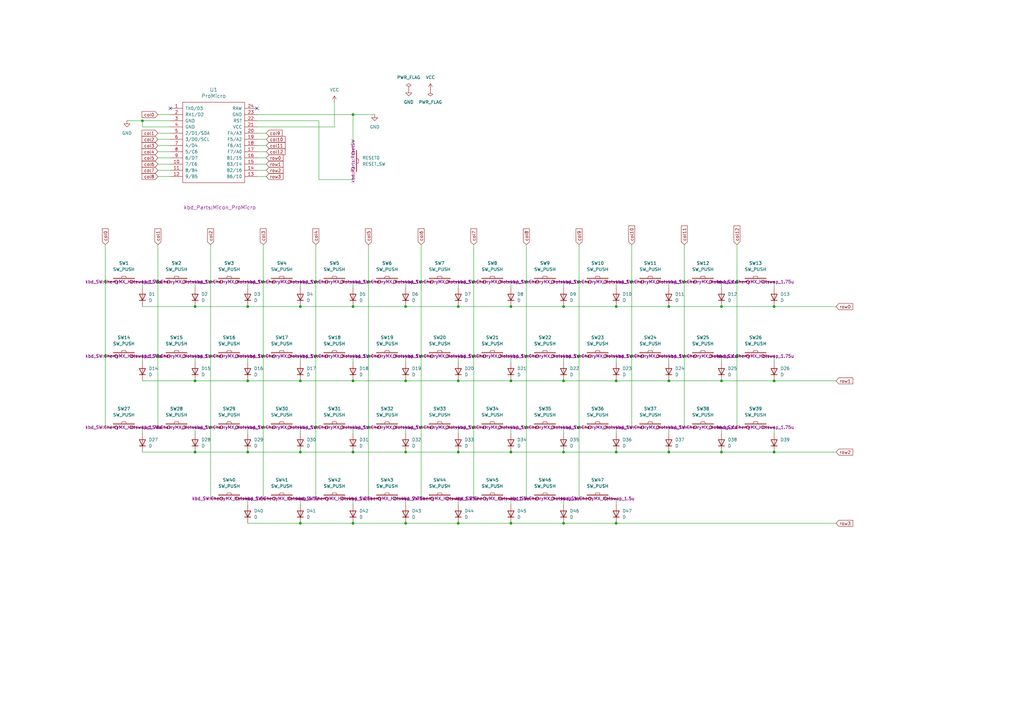
<source format=kicad_sch>
(kicad_sch (version 20231120) (generator "eeschema") (generator_version "8.0")
  (paper "A3")
  (title_block (title "Sherie") (date "2024-06-18") (rev "1.0") (company "https://www.fruity-floral.com/"))
  (lib_symbols
    (symbol "Device:D" (pin_numbers hide) (pin_names (offset 1.016) hide)
      (property "Reference" "D" (at 0 2.54 0))
      (property "Value" "D" (at 0 -2.54 0))
      (symbol "D_0_1"
        (polyline (pts (xy -1.27 1.27) (xy -1.27 -1.27)) (stroke (width 0.254)))
        (polyline (pts (xy 1.27 0) (xy -1.27 0)))
        (polyline (pts (xy 1.27 1.27) (xy 1.27 -1.27) (xy -1.27 0) (xy 1.27 1.27)) (stroke (width 0.254)))
      )
      (symbol "D_1_1"
        (pin passive line (at -3.81 0 0) (length 2.54) (name "K") (number "1"))
        (pin passive line (at 3.81 0 180) (length 2.54) (name "A") (number "2"))
      )
    )
    (symbol "kbd:ProMicro" (pin_names (offset 1.016))
      (property "Reference" "U" (at 0 19.05 0))
      (property "Value" "ProMicro" (at 0 -19.05 0))
      (symbol "ProMicro_0_1"
        (rectangle (start -12.7 16.51) (end 12.7 -16.51))
      )
      (symbol "ProMicro_1_1"
        (pin bidirectional line (at -17.78 13.97 0) (length 5.08) (name "TX0/D3") (number "1"))
        (pin bidirectional line (at -17.78 -8.89 0) (length 5.08) (name "7/E6") (number "10"))
        (pin bidirectional line (at -17.78 -11.43 0) (length 5.08) (name "8/B4") (number "11"))
        (pin bidirectional line (at -17.78 -13.97 0) (length 5.08) (name "9/B5") (number "12"))
        (pin bidirectional line (at 17.78 -13.97 180) (length 5.08) (name "B6/10") (number "13"))
        (pin bidirectional line (at 17.78 -11.43 180) (length 5.08) (name "B2/16") (number "14"))
        (pin bidirectional line (at 17.78 -8.89 180) (length 5.08) (name "B3/14") (number "15"))
        (pin bidirectional line (at 17.78 -6.35 180) (length 5.08) (name "B1/15") (number "16"))
        (pin bidirectional line (at 17.78 -3.81 180) (length 5.08) (name "F7/A0") (number "17"))
        (pin bidirectional line (at 17.78 -1.27 180) (length 5.08) (name "F6/A1") (number "18"))
        (pin bidirectional line (at 17.78 1.27 180) (length 5.08) (name "F5/A2") (number "19"))
        (pin bidirectional line (at -17.78 11.43 0) (length 5.08) (name "RX1/D2") (number "2"))
        (pin bidirectional line (at 17.78 3.81 180) (length 5.08) (name "F4/A3") (number "20"))
        (pin power_in line (at 17.78 6.35 180) (length 5.08) (name "VCC") (number "21"))
        (pin input line (at 17.78 8.89 180) (length 5.08) (name "RST") (number "22"))
        (pin power_in line (at 17.78 11.43 180) (length 5.08) (name "GND") (number "23"))
        (pin power_out line (at 17.78 13.97 180) (length 5.08) (name "RAW") (number "24"))
        (pin power_in line (at -17.78 8.89 0) (length 5.08) (name "GND") (number "3"))
        (pin power_in line (at -17.78 6.35 0) (length 5.08) (name "GND") (number "4"))
        (pin bidirectional line (at -17.78 3.81 0) (length 5.08) (name "2/D1/SDA") (number "5"))
        (pin bidirectional line (at -17.78 1.27 0) (length 5.08) (name "3/D0/SCL") (number "6"))
        (pin bidirectional line (at -17.78 -1.27 0) (length 5.08) (name "4/D4") (number "7"))
        (pin bidirectional line (at -17.78 -3.81 0) (length 5.08) (name "5/C6") (number "8"))
        (pin bidirectional line (at -17.78 -6.35 0) (length 5.08) (name "6/D7") (number "9"))
      )
    )
    (symbol "kbd:SW_PUSH" (pin_numbers hide) (pin_names (offset 1.016) hide)
      (property "Reference" "SW" (at 3.81 2.794 0))
      (property "Value" "SW_PUSH" (at 0 -2.032 0))
      (symbol "SW_PUSH_0_1"
        (rectangle (start -4.318 1.27) (end 4.318 1.524))
        (polyline (pts (xy -1.016 1.524) (xy -0.762 2.286) (xy 0.762 2.286) (xy 1.016 1.524)))
        (pin passive inverted (at -7.62 0 0) (length 5.08) (name "1") (number "1"))
        (pin passive inverted (at 7.62 0 180) (length 5.08) (name "2") (number "2"))
      )
    )
    (symbol "power:GND" (power) (pin_numbers hide) (pin_names (offset 0) hide)
      (property "Value" "GND" (at 0 -3.81 0))
      (symbol "GND_0_1"
        (polyline (pts (xy 0 0) (xy 0 -1.27) (xy 1.27 -1.27) (xy 0 -2.54) (xy -1.27 -1.27) (xy 0 -1.27)))
      )
      (symbol "GND_1_1"
        (pin power_in line (at 0 0 270) (length 0) (name "~") (number "1"))
      )
    )
    (symbol "power:PWR_FLAG" (power) (pin_numbers hide) (pin_names (offset 0) hide)
      (property "Value" "PWR_FLAG" (at 0 3.81 0))
      (symbol "PWR_FLAG_0_0"
        (pin power_out line (at 0 0 90) (length 0) (name "~") (number "1"))
      )
      (symbol "PWR_FLAG_0_1"
        (polyline (pts (xy 0 0) (xy 0 1.27) (xy -1.016 1.905) (xy 0 2.54) (xy 1.016 1.905) (xy 0 1.27)))
      )
    )
    (symbol "power:VCC" (power) (pin_numbers hide) (pin_names (offset 0) hide)
      (property "Value" "VCC" (at 0 3.556 0))
      (symbol "VCC_0_1"
        (polyline (pts (xy -0.762 1.27) (xy 0 2.54)))
        (polyline (pts (xy 0 0) (xy 0 2.54)))
        (polyline (pts (xy 0 2.54) (xy 0.762 1.27)))
      )
      (symbol "VCC_1_1"
        (pin power_in line (at 0 0 90) (length 0) (name "~") (number "1"))
      )
    )
  )
  (junction (at 86.36 146.05))
  (junction (at 252.73 185.42))
  (junction (at 209.55 156.21))
  (junction (at 237.49 175.26))
  (junction (at 172.72 175.26))
  (junction (at 215.9 115.57))
  (junction (at 123.19 156.21))
  (junction (at 144.78 214.63))
  (junction (at 252.73 125.73))
  (junction (at 129.54 146.05))
  (junction (at 187.96 156.21))
  (junction (at 80.01 125.73))
  (junction (at 166.37 214.63))
  (junction (at 231.14 214.63))
  (junction (at 64.77 115.57))
  (junction (at 166.37 156.21))
  (junction (at 259.08 115.57))
  (junction (at 151.13 175.26))
  (junction (at 317.5 185.42))
  (junction (at 280.67 115.57))
  (junction (at 317.5 156.21))
  (junction (at 123.19 125.73))
  (junction (at 144.78 156.21))
  (junction (at 166.37 185.42))
  (junction (at 209.55 214.63))
  (junction (at 187.96 214.63))
  (junction (at 123.19 214.63))
  (junction (at 166.37 125.73))
  (junction (at 295.91 125.73))
  (junction (at 209.55 125.73))
  (junction (at 274.32 185.42))
  (junction (at 231.14 185.42))
  (junction (at 295.91 185.42))
  (junction (at 237.49 146.05))
  (junction (at 86.36 175.26))
  (junction (at 231.14 125.73))
  (junction (at 86.36 115.57))
  (junction (at 187.96 125.73))
  (junction (at 280.67 146.05))
  (junction (at 80.01 156.21))
  (junction (at 187.96 185.42))
  (junction (at 80.01 185.42))
  (junction (at 107.95 115.57))
  (junction (at 101.6 125.73))
  (junction (at 101.6 156.21))
  (junction (at 58.42 49.53))
  (junction (at 231.14 156.21))
  (junction (at 302.26 146.05))
  (junction (at 194.31 146.05))
  (junction (at 123.19 185.42))
  (junction (at 151.13 146.05))
  (junction (at 107.95 146.05))
  (junction (at 209.55 185.42))
  (junction (at 172.72 146.05))
  (junction (at 144.78 185.42))
  (junction (at 252.73 214.63))
  (junction (at 101.6 185.42))
  (junction (at 259.08 146.05))
  (junction (at 144.78 46.99))
  (junction (at 129.54 115.57))
  (junction (at 302.26 115.57))
  (junction (at 215.9 146.05))
  (junction (at 43.18 115.57))
  (junction (at 252.73 156.21))
  (junction (at 151.13 115.57))
  (junction (at 129.54 175.26))
  (junction (at 194.31 175.26))
  (junction (at 144.78 125.73))
  (junction (at 317.5 125.73))
  (junction (at 107.95 175.26))
  (junction (at 172.72 115.57))
  (junction (at 64.77 146.05))
  (junction (at 43.18 146.05))
  (junction (at 237.49 115.57))
  (junction (at 215.9 175.26))
  (junction (at 274.32 156.21))
  (junction (at 274.32 125.73))
  (junction (at 194.31 115.57))
  (junction (at 295.91 156.21))
  (no_connect (at 105.41 44.45))
  (no_connect (at 69.85 44.45))
  (wire (pts (xy 64.77 57.15) (xy 69.85 57.15)))
  (wire (pts (xy 215.9 115.57) (xy 215.9 146.05)))
  (wire (pts (xy 274.32 177.8) (xy 274.32 175.26)))
  (wire (pts (xy 144.78 46.99) (xy 153.67 46.99)))
  (wire (pts (xy 144.78 207.01) (xy 144.78 204.47)))
  (wire (pts (xy 187.96 185.42) (xy 209.55 185.42)))
  (wire (pts (xy 105.41 69.85) (xy 109.22 69.85)))
  (wire (pts (xy 317.5 185.42) (xy 342.9 185.42)))
  (wire (pts (xy 215.9 100.33) (xy 215.9 115.57)))
  (wire (pts (xy 187.96 156.21) (xy 209.55 156.21)))
  (wire (pts (xy 129.54 115.57) (xy 129.54 146.05)))
  (wire (pts (xy 80.01 156.21) (xy 101.6 156.21)))
  (wire (pts (xy 317.5 125.73) (xy 342.9 125.73)))
  (wire (pts (xy 101.6 207.01) (xy 101.6 204.47)))
  (wire (pts (xy 123.19 177.8) (xy 123.19 175.26)))
  (wire (pts (xy 187.96 125.73) (xy 209.55 125.73)))
  (wire (pts (xy 166.37 148.59) (xy 166.37 146.05)))
  (wire (pts (xy 194.31 146.05) (xy 194.31 175.26)))
  (wire (pts (xy 274.32 156.21) (xy 295.91 156.21)))
  (wire (pts (xy 209.55 118.11) (xy 209.55 115.57)))
  (wire (pts (xy 302.26 100.33) (xy 302.26 115.57)))
  (wire (pts (xy 231.14 185.42) (xy 252.73 185.42)))
  (wire (pts (xy 166.37 177.8) (xy 166.37 175.26)))
  (wire (pts (xy 252.73 185.42) (xy 274.32 185.42)))
  (wire (pts (xy 209.55 125.73) (xy 231.14 125.73)))
  (wire (pts (xy 64.77 54.61) (xy 69.85 54.61)))
  (wire (pts (xy 101.6 185.42) (xy 123.19 185.42)))
  (wire (pts (xy 187.96 118.11) (xy 187.96 115.57)))
  (wire (pts (xy 295.91 125.73) (xy 317.5 125.73)))
  (wire (pts (xy 231.14 177.8) (xy 231.14 175.26)))
  (wire (pts (xy 231.14 148.59) (xy 231.14 146.05)))
  (wire (pts (xy 317.5 148.59) (xy 317.5 146.05)))
  (wire (pts (xy 101.6 125.73) (xy 123.19 125.73)))
  (wire (pts (xy 101.6 156.21) (xy 123.19 156.21)))
  (wire (pts (xy 172.72 146.05) (xy 172.72 175.26)))
  (wire (pts (xy 64.77 67.31) (xy 69.85 67.31)))
  (wire (pts (xy 144.78 125.73) (xy 166.37 125.73)))
  (wire (pts (xy 64.77 100.33) (xy 64.77 115.57)))
  (wire (pts (xy 105.41 54.61) (xy 109.22 54.61)))
  (wire (pts (xy 64.77 62.23) (xy 69.85 62.23)))
  (wire (pts (xy 302.26 115.57) (xy 302.26 146.05)))
  (wire (pts (xy 58.42 52.07) (xy 58.42 49.53)))
  (wire (pts (xy 252.73 177.8) (xy 252.73 175.26)))
  (wire (pts (xy 123.19 156.21) (xy 144.78 156.21)))
  (wire (pts (xy 58.42 49.53) (xy 69.85 49.53)))
  (wire (pts (xy 252.73 125.73) (xy 274.32 125.73)))
  (wire (pts (xy 166.37 207.01) (xy 166.37 204.47)))
  (wire (pts (xy 151.13 146.05) (xy 151.13 175.26)))
  (wire (pts (xy 274.32 125.73) (xy 295.91 125.73)))
  (wire (pts (xy 295.91 156.21) (xy 317.5 156.21)))
  (wire (pts (xy 252.73 214.63) (xy 342.9 214.63)))
  (wire (pts (xy 209.55 148.59) (xy 209.55 146.05)))
  (wire (pts (xy 105.41 46.99) (xy 144.78 46.99)))
  (wire (pts (xy 209.55 156.21) (xy 231.14 156.21)))
  (wire (pts (xy 151.13 100.33) (xy 151.13 115.57)))
  (wire (pts (xy 215.9 175.26) (xy 215.9 204.47)))
  (wire (pts (xy 80.01 125.73) (xy 101.6 125.73)))
  (wire (pts (xy 144.78 118.11) (xy 144.78 115.57)))
  (wire (pts (xy 317.5 118.11) (xy 317.5 115.57)))
  (wire (pts (xy 252.73 156.21) (xy 274.32 156.21)))
  (wire (pts (xy 105.41 62.23) (xy 109.22 62.23)))
  (wire (pts (xy 105.41 49.53) (xy 130.81 49.53)))
  (wire (pts (xy 130.81 73.66) (xy 144.78 73.66)))
  (wire (pts (xy 107.95 100.33) (xy 107.95 115.57)))
  (wire (pts (xy 209.55 214.63) (xy 231.14 214.63)))
  (wire (pts (xy 52.07 49.53) (xy 58.42 49.53)))
  (wire (pts (xy 129.54 146.05) (xy 129.54 175.26)))
  (wire (pts (xy 215.9 146.05) (xy 215.9 175.26)))
  (wire (pts (xy 144.78 46.99) (xy 144.78 58.42)))
  (wire (pts (xy 209.55 207.01) (xy 209.55 204.47)))
  (wire (pts (xy 101.6 214.63) (xy 123.19 214.63)))
  (wire (pts (xy 151.13 115.57) (xy 151.13 146.05)))
  (wire (pts (xy 187.96 207.01) (xy 187.96 204.47)))
  (wire (pts (xy 105.41 59.69) (xy 109.22 59.69)))
  (wire (pts (xy 105.41 72.39) (xy 109.22 72.39)))
  (wire (pts (xy 105.41 67.31) (xy 109.22 67.31)))
  (wire (pts (xy 280.67 100.33) (xy 280.67 115.57)))
  (wire (pts (xy 80.01 148.59) (xy 80.01 146.05)))
  (wire (pts (xy 137.16 52.07) (xy 137.16 41.91)))
  (wire (pts (xy 209.55 177.8) (xy 209.55 175.26)))
  (wire (pts (xy 80.01 177.8) (xy 80.01 175.26)))
  (wire (pts (xy 123.19 148.59) (xy 123.19 146.05)))
  (wire (pts (xy 144.78 185.42) (xy 166.37 185.42)))
  (wire (pts (xy 86.36 115.57) (xy 86.36 146.05)))
  (wire (pts (xy 317.5 177.8) (xy 317.5 175.26)))
  (wire (pts (xy 43.18 146.05) (xy 43.18 175.26)))
  (wire (pts (xy 107.95 115.57) (xy 107.95 146.05)))
  (wire (pts (xy 317.5 156.21) (xy 342.9 156.21)))
  (wire (pts (xy 280.67 146.05) (xy 280.67 175.26)))
  (wire (pts (xy 259.08 115.57) (xy 259.08 146.05)))
  (wire (pts (xy 172.72 115.57) (xy 172.72 146.05)))
  (wire (pts (xy 231.14 214.63) (xy 252.73 214.63)))
  (wire (pts (xy 129.54 100.33) (xy 129.54 115.57)))
  (wire (pts (xy 80.01 118.11) (xy 80.01 115.57)))
  (wire (pts (xy 166.37 118.11) (xy 166.37 115.57)))
  (wire (pts (xy 144.78 148.59) (xy 144.78 146.05)))
  (wire (pts (xy 209.55 185.42) (xy 231.14 185.42)))
  (wire (pts (xy 144.78 156.21) (xy 166.37 156.21)))
  (wire (pts (xy 64.77 64.77) (xy 69.85 64.77)))
  (wire (pts (xy 58.42 185.42) (xy 80.01 185.42)))
  (wire (pts (xy 105.41 57.15) (xy 109.22 57.15)))
  (wire (pts (xy 295.91 177.8) (xy 295.91 175.26)))
  (wire (pts (xy 105.41 64.77) (xy 109.22 64.77)))
  (wire (pts (xy 172.72 100.33) (xy 172.72 115.57)))
  (wire (pts (xy 166.37 156.21) (xy 187.96 156.21)))
  (wire (pts (xy 123.19 214.63) (xy 144.78 214.63)))
  (wire (pts (xy 105.41 52.07) (xy 137.16 52.07)))
  (wire (pts (xy 144.78 214.63) (xy 166.37 214.63)))
  (wire (pts (xy 231.14 207.01) (xy 231.14 204.47)))
  (wire (pts (xy 58.42 118.11) (xy 58.42 115.57)))
  (wire (pts (xy 64.77 46.99) (xy 69.85 46.99)))
  (wire (pts (xy 166.37 125.73) (xy 187.96 125.73)))
  (wire (pts (xy 69.85 52.07) (xy 58.42 52.07)))
  (wire (pts (xy 166.37 214.63) (xy 187.96 214.63)))
  (wire (pts (xy 231.14 156.21) (xy 252.73 156.21)))
  (wire (pts (xy 64.77 72.39) (xy 69.85 72.39)))
  (wire (pts (xy 107.95 175.26) (xy 107.95 204.47)))
  (wire (pts (xy 64.77 115.57) (xy 64.77 146.05)))
  (wire (pts (xy 43.18 115.57) (xy 43.18 146.05)))
  (wire (pts (xy 129.54 175.26) (xy 129.54 204.47)))
  (wire (pts (xy 123.19 125.73) (xy 144.78 125.73)))
  (wire (pts (xy 107.95 146.05) (xy 107.95 175.26)))
  (wire (pts (xy 274.32 185.42) (xy 295.91 185.42)))
  (wire (pts (xy 172.72 175.26) (xy 172.72 204.47)))
  (wire (pts (xy 295.91 148.59) (xy 295.91 146.05)))
  (wire (pts (xy 237.49 146.05) (xy 237.49 175.26)))
  (wire (pts (xy 58.42 156.21) (xy 80.01 156.21)))
  (wire (pts (xy 274.32 148.59) (xy 274.32 146.05)))
  (wire (pts (xy 252.73 148.59) (xy 252.73 146.05)))
  (wire (pts (xy 295.91 118.11) (xy 295.91 115.57)))
  (wire (pts (xy 101.6 177.8) (xy 101.6 175.26)))
  (wire (pts (xy 123.19 185.42) (xy 144.78 185.42)))
  (wire (pts (xy 86.36 146.05) (xy 86.36 175.26)))
  (wire (pts (xy 123.19 118.11) (xy 123.19 115.57)))
  (wire (pts (xy 123.19 207.01) (xy 123.19 204.47)))
  (wire (pts (xy 144.78 177.8) (xy 144.78 175.26)))
  (wire (pts (xy 86.36 100.33) (xy 86.36 115.57)))
  (wire (pts (xy 252.73 118.11) (xy 252.73 115.57)))
  (wire (pts (xy 64.77 59.69) (xy 69.85 59.69)))
  (wire (pts (xy 194.31 100.33) (xy 194.31 115.57)))
  (wire (pts (xy 58.42 148.59) (xy 58.42 146.05)))
  (wire (pts (xy 130.81 49.53) (xy 130.81 73.66)))
  (wire (pts (xy 259.08 100.33) (xy 259.08 115.57)))
  (wire (pts (xy 295.91 185.42) (xy 317.5 185.42)))
  (wire (pts (xy 58.42 177.8) (xy 58.42 175.26)))
  (wire (pts (xy 151.13 175.26) (xy 151.13 204.47)))
  (wire (pts (xy 231.14 118.11) (xy 231.14 115.57)))
  (wire (pts (xy 252.73 207.01) (xy 252.73 204.47)))
  (wire (pts (xy 64.77 69.85) (xy 69.85 69.85)))
  (wire (pts (xy 101.6 148.59) (xy 101.6 146.05)))
  (wire (pts (xy 237.49 115.57) (xy 237.49 146.05)))
  (wire (pts (xy 187.96 214.63) (xy 209.55 214.63)))
  (wire (pts (xy 43.18 100.33) (xy 43.18 115.57)))
  (wire (pts (xy 101.6 118.11) (xy 101.6 115.57)))
  (wire (pts (xy 237.49 175.26) (xy 237.49 204.47)))
  (wire (pts (xy 231.14 125.73) (xy 252.73 125.73)))
  (wire (pts (xy 64.77 146.05) (xy 64.77 175.26)))
  (wire (pts (xy 187.96 148.59) (xy 187.96 146.05)))
  (wire (pts (xy 194.31 115.57) (xy 194.31 146.05)))
  (wire (pts (xy 187.96 177.8) (xy 187.96 175.26)))
  (wire (pts (xy 302.26 146.05) (xy 302.26 175.26)))
  (wire (pts (xy 259.08 146.05) (xy 259.08 175.26)))
  (wire (pts (xy 194.31 175.26) (xy 194.31 204.47)))
  (wire (pts (xy 58.42 125.73) (xy 80.01 125.73)))
  (wire (pts (xy 280.67 115.57) (xy 280.67 146.05)))
  (wire (pts (xy 274.32 118.11) (xy 274.32 115.57)))
  (wire (pts (xy 166.37 185.42) (xy 187.96 185.42)))
  (wire (pts (xy 237.49 100.33) (xy 237.49 115.57)))
  (wire (pts (xy 80.01 185.42) (xy 101.6 185.42)))
  (wire (pts (xy 86.36 175.26) (xy 86.36 204.47)))
  (global_label "col4" (shape input) (at 129.54 100.33 90) (property "Intersheetrefs" "${INTERSHEET_REFS}" (effects (hide yes))))
  (global_label "col3" (shape input) (at 107.95 100.33 90) (property "Intersheetrefs" "${INTERSHEET_REFS}" (effects (hide yes))))
  (global_label "col8" (shape input) (at 215.9 100.33 90) (property "Intersheetrefs" "${INTERSHEET_REFS}" (effects (hide yes))))
  (global_label "row0" (shape input) (at 342.9 125.73 0) (property "Intersheetrefs" "${INTERSHEET_REFS}" (effects (hide yes))))
  (global_label "col7" (shape input) (at 64.77 69.85 180) (property "Intersheetrefs" "${INTERSHEET_REFS}" (effects (hide yes))))
  (global_label "col12" (shape input) (at 109.22 62.23 0) (property "Intersheetrefs" "${INTERSHEET_REFS}" (effects (hide yes))))
  (global_label "col2" (shape input) (at 64.77 57.15 180) (property "Intersheetrefs" "${INTERSHEET_REFS}" (effects (hide yes))))
  (global_label "col6" (shape input) (at 64.77 67.31 180) (property "Intersheetrefs" "${INTERSHEET_REFS}" (effects (hide yes))))
  (global_label "row2" (shape input) (at 109.22 69.85 0) (property "Intersheetrefs" "${INTERSHEET_REFS}" (effects (hide yes))))
  (global_label "col5" (shape input) (at 64.77 64.77 180) (property "Intersheetrefs" "${INTERSHEET_REFS}" (effects (hide yes))))
  (global_label "col6" (shape input) (at 172.72 100.33 90) (property "Intersheetrefs" "${INTERSHEET_REFS}" (effects (hide yes))))
  (global_label "col9" (shape input) (at 237.49 100.33 90) (property "Intersheetrefs" "${INTERSHEET_REFS}" (effects (hide yes))))
  (global_label "row1" (shape input) (at 109.22 67.31 0) (property "Intersheetrefs" "${INTERSHEET_REFS}" (effects (hide yes))))
  (global_label "row2" (shape input) (at 342.9 185.42 0) (property "Intersheetrefs" "${INTERSHEET_REFS}" (effects (hide yes))))
  (global_label "col12" (shape input) (at 302.26 100.33 90) (property "Intersheetrefs" "${INTERSHEET_REFS}" (effects (hide yes))))
  (global_label "col7" (shape input) (at 194.31 100.33 90) (property "Intersheetrefs" "${INTERSHEET_REFS}" (effects (hide yes))))
  (global_label "col11" (shape input) (at 109.22 59.69 0) (property "Intersheetrefs" "${INTERSHEET_REFS}" (effects (hide yes))))
  (global_label "col3" (shape input) (at 64.77 59.69 180) (property "Intersheetrefs" "${INTERSHEET_REFS}" (effects (hide yes))))
  (global_label "col5" (shape input) (at 151.13 100.33 90) (property "Intersheetrefs" "${INTERSHEET_REFS}" (effects (hide yes))))
  (global_label "col8" (shape input) (at 64.77 72.39 180) (property "Intersheetrefs" "${INTERSHEET_REFS}" (effects (hide yes))))
  (global_label "col2" (shape input) (at 86.36 100.33 90) (property "Intersheetrefs" "${INTERSHEET_REFS}" (effects (hide yes))))
  (global_label "col4" (shape input) (at 64.77 62.23 180) (property "Intersheetrefs" "${INTERSHEET_REFS}" (effects (hide yes))))
  (global_label "col1" (shape input) (at 64.77 54.61 180) (property "Intersheetrefs" "${INTERSHEET_REFS}" (effects (hide yes))))
  (global_label "col10" (shape input) (at 259.08 100.33 90) (property "Intersheetrefs" "${INTERSHEET_REFS}" (effects (hide yes))))
  (global_label "row3" (shape input) (at 109.22 72.39 0) (property "Intersheetrefs" "${INTERSHEET_REFS}" (effects (hide yes))))
  (global_label "row3" (shape input) (at 342.9 214.63 0) (property "Intersheetrefs" "${INTERSHEET_REFS}" (effects (hide yes))))
  (global_label "col10" (shape input) (at 109.22 57.15 0) (property "Intersheetrefs" "${INTERSHEET_REFS}" (effects (hide yes))))
  (global_label "col0" (shape input) (at 64.77 46.99 180) (property "Intersheetrefs" "${INTERSHEET_REFS}" (effects (hide yes))))
  (global_label "row0" (shape input) (at 109.22 64.77 0) (property "Intersheetrefs" "${INTERSHEET_REFS}" (effects (hide yes))))
  (global_label "col11" (shape input) (at 280.67 100.33 90) (property "Intersheetrefs" "${INTERSHEET_REFS}" (effects (hide yes))))
  (global_label "col9" (shape input) (at 109.22 54.61 0) (property "Intersheetrefs" "${INTERSHEET_REFS}" (effects (hide yes))))
  (global_label "row1" (shape input) (at 342.9 156.21 0) (property "Intersheetrefs" "${INTERSHEET_REFS}" (effects (hide yes))))
  (global_label "col0" (shape input) (at 43.18 100.33 90) (property "Intersheetrefs" "${INTERSHEET_REFS}" (effects (hide yes))))
  (global_label "col1" (shape input) (at 64.77 100.33 90) (property "Intersheetrefs" "${INTERSHEET_REFS}" (effects (hide yes))))
  (symbol (lib_id "kbd:ProMicro") (at 87.63 58.42 0) (unit 1)
    (property "Reference" "U1" (at 87.63 36.83 0) (effects (font (size 1.524 1.524))))
    (property "Value" "ProMicro" (at 87.63 39.37 0) (effects (font (size 1.524 1.524))))
    (property "Footprint" "kbd_Parts:Micon_ProMicro" (at 90.17 85.09 0) (effects (font (size 1.524 1.524))))
  )
  (symbol (lib_id "kbd:SW_PUSH") (at 144.78 66.04 270) (unit 1)
    (property "Reference" "RESET0" (at 148.59 64.7699 90) (effects (justify left)))
    (property "Value" "RESET_SW" (at 148.59 67.3099 90) (effects (justify left)))
    (property "Footprint" "kbd_Parts:ResetSW" (at 144.78 66.04 0))
  )
  (symbol (lib_id "kbd:SW_PUSH") (at 201.93 175.26 0) (unit 1)
    (property "Reference" "SW34" (at 201.93 167.64 0))
    (property "Value" "SW_PUSH" (at 201.93 170.18 0))
    (property "Footprint" "kbd_SW:CherryMX_Hotswap_1u" (at 201.93 175.26 0))
  )
  (symbol (lib_id "Device:D") (at 101.6 181.61 90) (unit 1)
    (property "Reference" "D29" (at 104.14 180.3399 90) (effects (justify right)))
    (property "Value" "D" (at 104.14 182.8799 90) (effects (justify right)))
    (property "Footprint" "kbd_Parts:Diode_TH_SMD_without_holes" (effects (hide yes)))
    (property "Description" "Diode" (effects (hide yes)))
    (property "Sim.Device" "D" (effects (hide yes)))
    (property "Sim.Pins" "1=K 2=A" (effects (hide yes)))
  )
  (symbol (lib_id "Device:D") (at 144.78 121.92 90) (unit 1)
    (property "Reference" "D5" (at 147.32 120.6499 90) (effects (justify right)))
    (property "Value" "D" (at 147.32 123.1899 90) (effects (justify right)))
    (property "Footprint" "kbd_Parts:Diode_TH_SMD_without_holes" (effects (hide yes)))
    (property "Description" "Diode" (effects (hide yes)))
    (property "Sim.Device" "D" (effects (hide yes)))
    (property "Sim.Pins" "1=K 2=A" (effects (hide yes)))
  )
  (symbol (lib_id "kbd:SW_PUSH") (at 93.98 204.47 0) (unit 1)
    (property "Reference" "SW40" (at 93.98 196.85 0))
    (property "Value" "SW_PUSH" (at 93.98 199.39 0))
    (property "Footprint" "kbd_SW:CherryMX_Hotswap_1.5u" (at 93.98 204.47 0))
  )
  (symbol (lib_id "kbd:SW_PUSH") (at 115.57 146.05 0) (unit 1)
    (property "Reference" "SW17" (at 115.57 138.43 0))
    (property "Value" "SW_PUSH" (at 115.57 140.97 0))
    (property "Footprint" "kbd_SW:CherryMX_Hotswap_1u" (at 115.57 146.05 0))
  )
  (symbol (lib_id "Device:D") (at 274.32 121.92 90) (unit 1)
    (property "Reference" "D11" (at 276.86 120.6499 90) (effects (justify right)))
    (property "Value" "D" (at 276.86 123.1899 90) (effects (justify right)))
    (property "Footprint" "kbd_Parts:Diode_TH_SMD_without_holes" (effects (hide yes)))
    (property "Description" "Diode" (effects (hide yes)))
    (property "Sim.Device" "D" (effects (hide yes)))
    (property "Sim.Pins" "1=K 2=A" (effects (hide yes)))
  )
  (symbol (lib_id "Device:D") (at 209.55 210.82 90) (unit 1)
    (property "Reference" "D45" (at 212.09 209.5499 90) (effects (justify right)))
    (property "Value" "D" (at 212.09 212.0899 90) (effects (justify right)))
    (property "Footprint" "kbd_Parts:Diode_TH_SMD_without_holes" (effects (hide yes)))
    (property "Description" "Diode" (effects (hide yes)))
    (property "Sim.Device" "D" (effects (hide yes)))
    (property "Sim.Pins" "1=K 2=A" (effects (hide yes)))
  )
  (symbol (lib_id "Device:D") (at 144.78 181.61 90) (unit 1)
    (property "Reference" "D31" (at 147.32 180.3399 90) (effects (justify right)))
    (property "Value" "D" (at 147.32 182.8799 90) (effects (justify right)))
    (property "Footprint" "kbd_Parts:Diode_TH_SMD_without_holes" (effects (hide yes)))
    (property "Description" "Diode" (effects (hide yes)))
    (property "Sim.Device" "D" (effects (hide yes)))
    (property "Sim.Pins" "1=K 2=A" (effects (hide yes)))
  )
  (symbol (lib_id "Device:D") (at 209.55 181.61 90) (unit 1)
    (property "Reference" "D34" (at 212.09 180.3399 90) (effects (justify right)))
    (property "Value" "D" (at 212.09 182.8799 90) (effects (justify right)))
    (property "Footprint" "kbd_Parts:Diode_TH_SMD_without_holes" (effects (hide yes)))
    (property "Description" "Diode" (effects (hide yes)))
    (property "Sim.Device" "D" (effects (hide yes)))
    (property "Sim.Pins" "1=K 2=A" (effects (hide yes)))
  )
  (symbol (lib_id "kbd:SW_PUSH") (at 201.93 204.47 0) (unit 1)
    (property "Reference" "SW45" (at 201.93 196.85 0))
    (property "Value" "SW_PUSH" (at 201.93 199.39 0))
    (property "Footprint" "kbd_SW:CherryMX_Hotswap_1.5u" (at 201.93 204.47 0))
  )
  (symbol (lib_id "Device:D") (at 231.14 210.82 90) (unit 1)
    (property "Reference" "D46" (at 233.68 209.5499 90) (effects (justify right)))
    (property "Value" "D" (at 233.68 212.0899 90) (effects (justify right)))
    (property "Footprint" "kbd_Parts:Diode_TH_SMD_without_holes" (effects (hide yes)))
    (property "Description" "Diode" (effects (hide yes)))
    (property "Sim.Device" "D" (effects (hide yes)))
    (property "Sim.Pins" "1=K 2=A" (effects (hide yes)))
  )
  (symbol (lib_id "kbd:SW_PUSH") (at 158.75 175.26 0) (unit 1)
    (property "Reference" "SW32" (at 158.75 167.64 0))
    (property "Value" "SW_PUSH" (at 158.75 170.18 0))
    (property "Footprint" "kbd_SW:CherryMX_Hotswap_1u" (at 158.75 175.26 0))
  )
  (symbol (lib_id "kbd:SW_PUSH") (at 137.16 146.05 0) (unit 1)
    (property "Reference" "SW18" (at 137.16 138.43 0))
    (property "Value" "SW_PUSH" (at 137.16 140.97 0))
    (property "Footprint" "kbd_SW:CherryMX_Hotswap_1u" (at 137.16 146.05 0))
  )
  (symbol (lib_id "Device:D") (at 101.6 210.82 90) (unit 1)
    (property "Reference" "D40" (at 104.14 209.5499 90) (effects (justify right)))
    (property "Value" "D" (at 104.14 212.0899 90) (effects (justify right)))
    (property "Footprint" "kbd_Parts:Diode_TH_SMD_without_holes" (effects (hide yes)))
    (property "Description" "Diode" (effects (hide yes)))
    (property "Sim.Device" "D" (effects (hide yes)))
    (property "Sim.Pins" "1=K 2=A" (effects (hide yes)))
  )
  (symbol (lib_id "kbd:SW_PUSH") (at 180.34 115.57 0) (unit 1)
    (property "Reference" "SW7" (at 180.34 107.95 0))
    (property "Value" "SW_PUSH" (at 180.34 110.49 0))
    (property "Footprint" "kbd_SW:CherryMX_Hotswap_1u" (at 180.34 115.57 0))
  )
  (symbol (lib_id "power:PWR_FLAG") (at 176.53 36.83 180) (unit 1)
    (property "Reference" "#FLG02" (effects (hide yes)))
    (property "Value" "PWR_FLAG" (at 176.53 41.91 0))
    (property "Description" "Special symbol for telling ERC where power comes from" (effects (hide yes)))
  )
  (symbol (lib_id "kbd:SW_PUSH") (at 137.16 175.26 0) (unit 1)
    (property "Reference" "SW31" (at 137.16 167.64 0))
    (property "Value" "SW_PUSH" (at 137.16 170.18 0))
    (property "Footprint" "kbd_SW:CherryMX_Hotswap_1u" (at 137.16 175.26 0))
  )
  (symbol (lib_id "kbd:SW_PUSH") (at 309.88 146.05 0) (unit 1)
    (property "Reference" "SW26" (at 309.88 138.43 0))
    (property "Value" "SW_PUSH" (at 309.88 140.97 0))
    (property "Footprint" "kbd_SW:CherryMX_Hotswap_1.75u" (at 309.88 146.05 0))
  )
  (symbol (lib_id "kbd:SW_PUSH") (at 180.34 175.26 0) (unit 1)
    (property "Reference" "SW33" (at 180.34 167.64 0))
    (property "Value" "SW_PUSH" (at 180.34 170.18 0))
    (property "Footprint" "kbd_SW:CherryMX_Hotswap_1u" (at 180.34 175.26 0))
  )
  (symbol (lib_id "kbd:SW_PUSH") (at 245.11 175.26 0) (unit 1)
    (property "Reference" "SW36" (at 245.11 167.64 0))
    (property "Value" "SW_PUSH" (at 245.11 170.18 0))
    (property "Footprint" "kbd_SW:CherryMX_Hotswap_1u" (at 245.11 175.26 0))
  )
  (symbol (lib_id "power:VCC") (at 137.16 41.91 0) (unit 1)
    (property "Reference" "#PWR02" (effects (hide yes)))
    (property "Value" "VCC" (at 137.16 36.83 0))
    (property "Description" "Power symbol creates a global label with name \"VCC\"" (effects (hide yes)))
  )
  (symbol (lib_id "kbd:SW_PUSH") (at 137.16 204.47 0) (unit 1)
    (property "Reference" "SW42" (at 137.16 196.85 0))
    (property "Value" "SW_PUSH" (at 137.16 199.39 0))
    (property "Footprint" "kbd_SW:CherryMX_Hotswap_1.25u" (at 137.16 204.47 0))
  )
  (symbol (lib_id "Device:D") (at 187.96 181.61 90) (unit 1)
    (property "Reference" "D33" (at 190.5 180.3399 90) (effects (justify right)))
    (property "Value" "D" (at 190.5 182.8799 90) (effects (justify right)))
    (property "Footprint" "kbd_Parts:Diode_TH_SMD_without_holes" (effects (hide yes)))
    (property "Description" "Diode" (effects (hide yes)))
    (property "Sim.Device" "D" (effects (hide yes)))
    (property "Sim.Pins" "1=K 2=A" (effects (hide yes)))
  )
  (symbol (lib_id "kbd:SW_PUSH") (at 72.39 146.05 0) (unit 1)
    (property "Reference" "SW15" (at 72.39 138.43 0))
    (property "Value" "SW_PUSH" (at 72.39 140.97 0))
    (property "Footprint" "kbd_SW:CherryMX_Hotswap_1u" (at 72.39 146.05 0))
  )
  (symbol (lib_id "Device:D") (at 274.32 181.61 90) (unit 1)
    (property "Reference" "D37" (at 276.86 180.3399 90) (effects (justify right)))
    (property "Value" "D" (at 276.86 182.8799 90) (effects (justify right)))
    (property "Footprint" "kbd_Parts:Diode_TH_SMD_without_holes" (effects (hide yes)))
    (property "Description" "Diode" (effects (hide yes)))
    (property "Sim.Device" "D" (effects (hide yes)))
    (property "Sim.Pins" "1=K 2=A" (effects (hide yes)))
  )
  (symbol (lib_id "Device:D") (at 166.37 210.82 90) (unit 1)
    (property "Reference" "D43" (at 168.91 209.5499 90) (effects (justify right)))
    (property "Value" "D" (at 168.91 212.0899 90) (effects (justify right)))
    (property "Footprint" "kbd_Parts:Diode_TH_SMD_without_holes" (effects (hide yes)))
    (property "Description" "Diode" (effects (hide yes)))
    (property "Sim.Device" "D" (effects (hide yes)))
    (property "Sim.Pins" "1=K 2=A" (effects (hide yes)))
  )
  (symbol (lib_id "Device:D") (at 80.01 152.4 90) (unit 1)
    (property "Reference" "D15" (at 82.55 151.1299 90) (effects (justify right)))
    (property "Value" "D" (at 82.55 153.6699 90) (effects (justify right)))
    (property "Footprint" "kbd_Parts:Diode_TH_SMD_without_holes" (effects (hide yes)))
    (property "Description" "Diode" (effects (hide yes)))
    (property "Sim.Device" "D" (effects (hide yes)))
    (property "Sim.Pins" "1=K 2=A" (effects (hide yes)))
  )
  (symbol (lib_id "Device:D") (at 252.73 210.82 90) (unit 1)
    (property "Reference" "D47" (at 255.27 209.5499 90) (effects (justify right)))
    (property "Value" "D" (at 255.27 212.0899 90) (effects (justify right)))
    (property "Footprint" "kbd_Parts:Diode_TH_SMD_without_holes" (effects (hide yes)))
    (property "Description" "Diode" (effects (hide yes)))
    (property "Sim.Device" "D" (effects (hide yes)))
    (property "Sim.Pins" "1=K 2=A" (effects (hide yes)))
  )
  (symbol (lib_id "kbd:SW_PUSH") (at 288.29 115.57 0) (unit 1)
    (property "Reference" "SW12" (at 288.29 107.95 0))
    (property "Value" "SW_PUSH" (at 288.29 110.49 0))
    (property "Footprint" "kbd_SW:CherryMX_Hotswap_1u" (at 288.29 115.57 0))
  )
  (symbol (lib_id "Device:D") (at 252.73 181.61 90) (unit 1)
    (property "Reference" "D36" (at 255.27 180.3399 90) (effects (justify right)))
    (property "Value" "D" (at 255.27 182.8799 90) (effects (justify right)))
    (property "Footprint" "kbd_Parts:Diode_TH_SMD_without_holes" (effects (hide yes)))
    (property "Description" "Diode" (effects (hide yes)))
    (property "Sim.Device" "D" (effects (hide yes)))
    (property "Sim.Pins" "1=K 2=A" (effects (hide yes)))
  )
  (symbol (lib_id "kbd:SW_PUSH") (at 223.52 175.26 0) (unit 1)
    (property "Reference" "SW35" (at 223.52 167.64 0))
    (property "Value" "SW_PUSH" (at 223.52 170.18 0))
    (property "Footprint" "kbd_SW:CherryMX_Hotswap_1u" (at 223.52 175.26 0))
  )
  (symbol (lib_id "Device:D") (at 123.19 152.4 90) (unit 1)
    (property "Reference" "D17" (at 125.73 151.1299 90) (effects (justify right)))
    (property "Value" "D" (at 125.73 153.6699 90) (effects (justify right)))
    (property "Footprint" "kbd_Parts:Diode_TH_SMD_without_holes" (effects (hide yes)))
    (property "Description" "Diode" (effects (hide yes)))
    (property "Sim.Device" "D" (effects (hide yes)))
    (property "Sim.Pins" "1=K 2=A" (effects (hide yes)))
  )
  (symbol (lib_id "Device:D") (at 58.42 181.61 90) (unit 1)
    (property "Reference" "D27" (at 60.96 180.3399 90) (effects (justify right)))
    (property "Value" "D" (at 60.96 182.8799 90) (effects (justify right)))
    (property "Footprint" "kbd_Parts:Diode_TH_SMD_without_holes" (effects (hide yes)))
    (property "Description" "Diode" (effects (hide yes)))
    (property "Sim.Device" "D" (effects (hide yes)))
    (property "Sim.Pins" "1=K 2=A" (effects (hide yes)))
  )
  (symbol (lib_id "Device:D") (at 209.55 152.4 90) (unit 1)
    (property "Reference" "D21" (at 212.09 151.1299 90) (effects (justify right)))
    (property "Value" "D" (at 212.09 153.6699 90) (effects (justify right)))
    (property "Footprint" "kbd_Parts:Diode_TH_SMD_without_holes" (effects (hide yes)))
    (property "Description" "Diode" (effects (hide yes)))
    (property "Sim.Device" "D" (effects (hide yes)))
    (property "Sim.Pins" "1=K 2=A" (effects (hide yes)))
  )
  (symbol (lib_id "power:VCC") (at 176.53 36.83 0) (unit 1)
    (property "Reference" "#PWR04" (effects (hide yes)))
    (property "Value" "VCC" (at 176.53 31.75 0))
    (property "Description" "Power symbol creates a global label with name \"VCC\"" (effects (hide yes)))
  )
  (symbol (lib_id "power:GND") (at 167.64 36.83 0) (unit 1)
    (property "Reference" "#PWR03" (effects (hide yes)))
    (property "Value" "GND" (at 167.64 41.91 0))
    (property "Description" "Power symbol creates a global label with name \"GND\" , ground" (effects (hide yes)))
  )
  (symbol (lib_id "Device:D") (at 101.6 121.92 90) (unit 1)
    (property "Reference" "D3" (at 104.14 120.6499 90) (effects (justify right)))
    (property "Value" "D" (at 104.14 123.1899 90) (effects (justify right)))
    (property "Footprint" "kbd_Parts:Diode_TH_SMD_without_holes" (effects (hide yes)))
    (property "Description" "Diode" (effects (hide yes)))
    (property "Sim.Device" "D" (effects (hide yes)))
    (property "Sim.Pins" "1=K 2=A" (effects (hide yes)))
  )
  (symbol (lib_id "Device:D") (at 317.5 181.61 90) (unit 1)
    (property "Reference" "D39" (at 320.04 180.3399 90) (effects (justify right)))
    (property "Value" "D" (effects (hide yes)))
    (property "Footprint" "kbd_Parts:Diode_TH_SMD_without_holes" (effects (hide yes)))
    (property "Description" "Diode" (effects (hide yes)))
    (property "Sim.Device" "D" (effects (hide yes)))
    (property "Sim.Pins" "1=K 2=A" (effects (hide yes)))
  )
  (symbol (lib_id "Device:D") (at 80.01 181.61 90) (unit 1)
    (property "Reference" "D28" (at 82.55 180.3399 90) (effects (justify right)))
    (property "Value" "D" (at 82.55 182.8799 90) (effects (justify right)))
    (property "Footprint" "kbd_Parts:Diode_TH_SMD_without_holes" (effects (hide yes)))
    (property "Description" "Diode" (effects (hide yes)))
    (property "Sim.Device" "D" (effects (hide yes)))
    (property "Sim.Pins" "1=K 2=A" (effects (hide yes)))
  )
  (symbol (lib_id "kbd:SW_PUSH") (at 245.11 146.05 0) (unit 1)
    (property "Reference" "SW23" (at 245.11 138.43 0))
    (property "Value" "SW_PUSH" (at 245.11 140.97 0))
    (property "Footprint" "kbd_SW:CherryMX_Hotswap_1u" (at 245.11 146.05 0))
  )
  (symbol (lib_id "power:GND") (at 153.67 46.99 0) (unit 1)
    (property "Reference" "#PWR05" (effects (hide yes)))
    (property "Value" "GND" (at 153.67 52.07 0))
    (property "Description" "Power symbol creates a global label with name \"GND\" , ground" (effects (hide yes)))
  )
  (symbol (lib_id "kbd:SW_PUSH") (at 72.39 175.26 0) (unit 1)
    (property "Reference" "SW28" (at 72.39 167.64 0))
    (property "Value" "SW_PUSH" (at 72.39 170.18 0))
    (property "Footprint" "kbd_SW:CherryMX_Hotswap_1u" (at 72.39 175.26 0))
  )
  (symbol (lib_id "kbd:SW_PUSH") (at 245.11 115.57 0) (unit 1)
    (property "Reference" "SW10" (at 245.11 107.95 0))
    (property "Value" "SW_PUSH" (at 245.11 110.49 0))
    (property "Footprint" "kbd_SW:CherryMX_Hotswap_1u" (at 245.11 115.57 0))
  )
  (symbol (lib_id "kbd:SW_PUSH") (at 223.52 204.47 0) (unit 1)
    (property "Reference" "SW46" (at 223.52 196.85 0))
    (property "Value" "SW_PUSH" (at 223.52 199.39 0))
    (property "Footprint" "kbd_SW:CherryMX_Hotswap_1u" (at 223.52 204.47 0))
  )
  (symbol (lib_id "kbd:SW_PUSH") (at 50.8 115.57 0) (unit 1)
    (property "Reference" "SW1" (at 50.8 107.95 0))
    (property "Value" "SW_PUSH" (at 50.8 110.49 0))
    (property "Footprint" "kbd_SW:CherryMX_Hotswap_1.75u" (at 50.8 115.57 0))
  )
  (symbol (lib_id "Device:D") (at 123.19 121.92 90) (unit 1)
    (property "Reference" "D4" (at 125.73 120.6499 90) (effects (justify right)))
    (property "Value" "D" (at 125.73 123.1899 90) (effects (justify right)))
    (property "Footprint" "kbd_Parts:Diode_TH_SMD_without_holes" (effects (hide yes)))
    (property "Description" "Diode" (effects (hide yes)))
    (property "Sim.Device" "D" (effects (hide yes)))
    (property "Sim.Pins" "1=K 2=A" (effects (hide yes)))
  )
  (symbol (lib_id "Device:D") (at 209.55 121.92 90) (unit 1)
    (property "Reference" "D8" (at 212.09 120.6499 90) (effects (justify right)))
    (property "Value" "D" (at 212.09 123.1899 90) (effects (justify right)))
    (property "Footprint" "kbd_Parts:Diode_TH_SMD_without_holes" (effects (hide yes)))
    (property "Description" "Diode" (effects (hide yes)))
    (property "Sim.Device" "D" (effects (hide yes)))
    (property "Sim.Pins" "1=K 2=A" (effects (hide yes)))
  )
  (symbol (lib_id "Device:D") (at 58.42 121.92 90) (unit 1)
    (property "Reference" "D1" (at 60.96 120.6499 90) (effects (justify right)))
    (property "Value" "D" (at 60.96 123.1899 90) (effects (justify right)))
    (property "Footprint" "kbd_Parts:Diode_TH_SMD_without_holes" (effects (hide yes)))
    (property "Description" "Diode" (effects (hide yes)))
    (property "Sim.Device" "D" (effects (hide yes)))
    (property "Sim.Pins" "1=K 2=A" (effects (hide yes)))
  )
  (symbol (lib_id "kbd:SW_PUSH") (at 93.98 115.57 0) (unit 1)
    (property "Reference" "SW3" (at 93.98 107.95 0))
    (property "Value" "SW_PUSH" (at 93.98 110.49 0))
    (property "Footprint" "kbd_SW:CherryMX_Hotswap_1u" (at 93.98 115.57 0))
  )
  (symbol (lib_id "kbd:SW_PUSH") (at 115.57 175.26 0) (unit 1)
    (property "Reference" "SW30" (at 115.57 167.64 0))
    (property "Value" "SW_PUSH" (at 115.57 170.18 0))
    (property "Footprint" "kbd_SW:CherryMX_Hotswap_1u" (at 115.57 175.26 0))
  )
  (symbol (lib_id "Device:D") (at 317.5 121.92 90) (unit 1)
    (property "Reference" "D13" (at 320.04 120.6499 90) (effects (justify right)))
    (property "Value" "D" (at 320.04 123.1899 90) (effects (justify right)))
    (property "Footprint" "kbd_Parts:Diode_TH_SMD_without_holes" (effects (hide yes)))
    (property "Description" "Diode" (effects (hide yes)))
    (property "Sim.Device" "D" (effects (hide yes)))
    (property "Sim.Pins" "1=K 2=A" (effects (hide yes)))
  )
  (symbol (lib_id "Device:D") (at 187.96 152.4 90) (unit 1)
    (property "Reference" "D20" (at 190.5 151.1299 90) (effects (justify right)))
    (property "Value" "D" (at 190.5 153.6699 90) (effects (justify right)))
    (property "Footprint" "kbd_Parts:Diode_TH_SMD_without_holes" (effects (hide yes)))
    (property "Description" "Diode" (effects (hide yes)))
    (property "Sim.Device" "D" (effects (hide yes)))
    (property "Sim.Pins" "1=K 2=A" (effects (hide yes)))
  )
  (symbol (lib_id "Device:D") (at 144.78 152.4 90) (unit 1)
    (property "Reference" "D18" (at 147.32 151.1299 90) (effects (justify right)))
    (property "Value" "D" (at 147.32 153.6699 90) (effects (justify right)))
    (property "Footprint" "kbd_Parts:Diode_TH_SMD_without_holes" (effects (hide yes)))
    (property "Description" "Diode" (effects (hide yes)))
    (property "Sim.Device" "D" (effects (hide yes)))
    (property "Sim.Pins" "1=K 2=A" (effects (hide yes)))
  )
  (symbol (lib_id "Device:D") (at 295.91 121.92 90) (unit 1)
    (property "Reference" "D12" (at 298.45 120.6499 90) (effects (justify right)))
    (property "Value" "D" (at 298.45 123.1899 90) (effects (justify right)))
    (property "Footprint" "kbd_Parts:Diode_TH_SMD_without_holes" (effects (hide yes)))
    (property "Description" "Diode" (effects (hide yes)))
    (property "Sim.Device" "D" (effects (hide yes)))
    (property "Sim.Pins" "1=K 2=A" (effects (hide yes)))
  )
  (symbol (lib_id "Device:D") (at 166.37 181.61 90) (unit 1)
    (property "Reference" "D32" (at 168.91 180.3399 90) (effects (justify right)))
    (property "Value" "D" (at 168.91 182.8799 90) (effects (justify right)))
    (property "Footprint" "kbd_Parts:Diode_TH_SMD_without_holes" (effects (hide yes)))
    (property "Description" "Diode" (effects (hide yes)))
    (property "Sim.Device" "D" (effects (hide yes)))
    (property "Sim.Pins" "1=K 2=A" (effects (hide yes)))
  )
  (symbol (lib_id "kbd:SW_PUSH") (at 137.16 115.57 0) (unit 1)
    (property "Reference" "SW5" (at 137.16 107.95 0))
    (property "Value" "SW_PUSH" (at 137.16 110.49 0))
    (property "Footprint" "kbd_SW:CherryMX_Hotswap_1u" (at 137.16 115.57 0))
  )
  (symbol (lib_id "kbd:SW_PUSH") (at 180.34 204.47 0) (unit 1)
    (property "Reference" "SW44" (at 180.34 196.85 0))
    (property "Value" "SW_PUSH" (at 180.34 199.39 0))
    (property "Footprint" "kbd_SW:CherryMX_Hotswap_1.25u" (at 180.34 204.47 0))
  )
  (symbol (lib_id "kbd:SW_PUSH") (at 93.98 146.05 0) (unit 1)
    (property "Reference" "SW16" (at 93.98 138.43 0))
    (property "Value" "SW_PUSH" (at 93.98 140.97 0))
    (property "Footprint" "kbd_SW:CherryMX_Hotswap_1u" (at 93.98 146.05 0))
  )
  (symbol (lib_id "kbd:SW_PUSH") (at 180.34 146.05 0) (unit 1)
    (property "Reference" "SW20" (at 180.34 138.43 0))
    (property "Value" "SW_PUSH" (at 180.34 140.97 0))
    (property "Footprint" "kbd_SW:CherryMX_Hotswap_1u" (at 180.34 146.05 0))
  )
  (symbol (lib_id "Device:D") (at 166.37 121.92 90) (unit 1)
    (property "Reference" "D6" (at 168.91 120.6499 90) (effects (justify right)))
    (property "Value" "D" (at 168.91 123.1899 90) (effects (justify right)))
    (property "Footprint" "kbd_Parts:Diode_TH_SMD_without_holes" (effects (hide yes)))
    (property "Description" "Diode" (effects (hide yes)))
    (property "Sim.Device" "D" (effects (hide yes)))
    (property "Sim.Pins" "1=K 2=A" (effects (hide yes)))
  )
  (symbol (lib_id "Device:D") (at 317.5 152.4 90) (unit 1)
    (property "Reference" "D26" (at 320.04 151.1299 90) (effects (justify right)))
    (property "Value" "D" (at 320.04 153.6699 90) (effects (justify right)))
    (property "Footprint" "kbd_Parts:Diode_TH_SMD_without_holes" (effects (hide yes)))
    (property "Description" "Diode" (effects (hide yes)))
    (property "Sim.Device" "D" (effects (hide yes)))
    (property "Sim.Pins" "1=K 2=A" (effects (hide yes)))
  )
  (symbol (lib_id "kbd:SW_PUSH") (at 288.29 175.26 0) (unit 1)
    (property "Reference" "SW38" (at 288.29 167.64 0))
    (property "Value" "SW_PUSH" (at 288.29 170.18 0))
    (property "Footprint" "kbd_SW:CherryMX_Hotswap_1u" (at 288.29 175.26 0))
  )
  (symbol (lib_id "kbd:SW_PUSH") (at 72.39 115.57 0) (unit 1)
    (property "Reference" "SW2" (at 72.39 107.95 0))
    (property "Value" "SW_PUSH" (at 72.39 110.49 0))
    (property "Footprint" "kbd_SW:CherryMX_Hotswap_1u" (at 72.39 115.57 0))
  )
  (symbol (lib_id "Device:D") (at 101.6 152.4 90) (unit 1)
    (property "Reference" "D16" (at 104.14 151.1299 90) (effects (justify right)))
    (property "Value" "D" (at 104.14 153.6699 90) (effects (justify right)))
    (property "Footprint" "kbd_Parts:Diode_TH_SMD_without_holes" (effects (hide yes)))
    (property "Description" "Diode" (effects (hide yes)))
    (property "Sim.Device" "D" (effects (hide yes)))
    (property "Sim.Pins" "1=K 2=A" (effects (hide yes)))
  )
  (symbol (lib_id "kbd:SW_PUSH") (at 50.8 146.05 0) (unit 1)
    (property "Reference" "SW14" (at 50.8 138.43 0))
    (property "Value" "SW_PUSH" (at 50.8 140.97 0))
    (property "Footprint" "kbd_SW:CherryMX_Hotswap_1.75u" (at 50.8 146.05 0))
  )
  (symbol (lib_id "kbd:SW_PUSH") (at 223.52 146.05 0) (unit 1)
    (property "Reference" "SW22" (at 223.52 138.43 0))
    (property "Value" "SW_PUSH" (at 223.52 140.97 0))
    (property "Footprint" "kbd_SW:CherryMX_Hotswap_1u" (at 223.52 146.05 0))
  )
  (symbol (lib_id "Device:D") (at 231.14 181.61 90) (unit 1)
    (property "Reference" "D35" (at 233.68 180.3399 90) (effects (justify right)))
    (property "Value" "D" (at 233.68 182.8799 90) (effects (justify right)))
    (property "Footprint" "kbd_Parts:Diode_TH_SMD_without_holes" (effects (hide yes)))
    (property "Description" "Diode" (effects (hide yes)))
    (property "Sim.Device" "D" (effects (hide yes)))
    (property "Sim.Pins" "1=K 2=A" (effects (hide yes)))
  )
  (symbol (lib_id "kbd:SW_PUSH") (at 50.8 175.26 0) (unit 1)
    (property "Reference" "SW27" (at 50.8 167.64 0))
    (property "Value" "SW_PUSH" (at 50.8 170.18 0))
    (property "Footprint" "kbd_SW:CherryMX_Hotswap_1.75u" (at 50.8 175.26 0))
  )
  (symbol (lib_id "Device:D") (at 231.14 152.4 90) (unit 1)
    (property "Reference" "D22" (at 233.68 151.1299 90) (effects (justify right)))
    (property "Value" "D" (at 233.68 153.6699 90) (effects (justify right)))
    (property "Footprint" "kbd_Parts:Diode_TH_SMD_without_holes" (effects (hide yes)))
    (property "Description" "Diode" (effects (hide yes)))
    (property "Sim.Device" "D" (effects (hide yes)))
    (property "Sim.Pins" "1=K 2=A" (effects (hide yes)))
  )
  (symbol (lib_id "Device:D") (at 295.91 181.61 90) (unit 1)
    (property "Reference" "D38" (at 298.45 180.3399 90) (effects (justify right)))
    (property "Value" "D" (at 298.45 182.8799 90) (effects (justify right)))
    (property "Footprint" "kbd_Parts:Diode_TH_SMD_without_holes" (effects (hide yes)))
    (property "Description" "Diode" (effects (hide yes)))
    (property "Sim.Device" "D" (effects (hide yes)))
    (property "Sim.Pins" "1=K 2=A" (effects (hide yes)))
  )
  (symbol (lib_id "Device:D") (at 123.19 181.61 90) (unit 1)
    (property "Reference" "D30" (at 125.73 180.3399 90) (effects (justify right)))
    (property "Value" "D" (at 125.73 182.8799 90) (effects (justify right)))
    (property "Footprint" "kbd_Parts:Diode_TH_SMD_without_holes" (effects (hide yes)))
    (property "Description" "Diode" (effects (hide yes)))
    (property "Sim.Device" "D" (effects (hide yes)))
    (property "Sim.Pins" "1=K 2=A" (effects (hide yes)))
  )
  (symbol (lib_id "kbd:SW_PUSH") (at 266.7 115.57 0) (unit 1)
    (property "Reference" "SW11" (at 266.7 107.95 0))
    (property "Value" "SW_PUSH" (at 266.7 110.49 0))
    (property "Footprint" "kbd_SW:CherryMX_Hotswap_1u" (at 266.7 115.57 0))
  )
  (symbol (lib_id "power:PWR_FLAG") (at 167.64 36.83 0) (unit 1)
    (property "Reference" "#FLG01" (effects (hide yes)))
    (property "Value" "PWR_FLAG" (at 167.64 31.75 0))
    (property "Description" "Special symbol for telling ERC where power comes from" (effects (hide yes)))
  )
  (symbol (lib_id "kbd:SW_PUSH") (at 288.29 146.05 0) (unit 1)
    (property "Reference" "SW25" (at 288.29 138.43 0))
    (property "Value" "SW_PUSH" (at 288.29 140.97 0))
    (property "Footprint" "kbd_SW:CherryMX_Hotswap_1u" (at 288.29 146.05 0))
  )
  (symbol (lib_id "Device:D") (at 187.96 210.82 90) (unit 1)
    (property "Reference" "D44" (at 190.5 209.5499 90) (effects (justify right)))
    (property "Value" "D" (at 190.5 212.0899 90) (effects (justify right)))
    (property "Footprint" "kbd_Parts:Diode_TH_SMD_without_holes" (effects (hide yes)))
    (property "Description" "Diode" (effects (hide yes)))
    (property "Sim.Device" "D" (effects (hide yes)))
    (property "Sim.Pins" "1=K 2=A" (effects (hide yes)))
  )
  (symbol (lib_id "kbd:SW_PUSH") (at 201.93 115.57 0) (unit 1)
    (property "Reference" "SW8" (at 201.93 107.95 0))
    (property "Value" "SW_PUSH" (at 201.93 110.49 0))
    (property "Footprint" "kbd_SW:CherryMX_Hotswap_1u" (at 201.93 115.57 0))
  )
  (symbol (lib_id "kbd:SW_PUSH") (at 245.11 204.47 0) (unit 1)
    (property "Reference" "SW47" (at 245.11 196.85 0))
    (property "Value" "SW_PUSH" (at 245.11 199.39 0))
    (property "Footprint" "kbd_SW:CherryMX_Hotswap_1.5u" (at 245.11 204.47 0))
  )
  (symbol (lib_id "kbd:SW_PUSH") (at 158.75 115.57 0) (unit 1)
    (property "Reference" "SW6" (at 158.75 107.95 0))
    (property "Value" "SW_PUSH" (at 158.75 110.49 0))
    (property "Footprint" "kbd_SW:CherryMX_Hotswap_1u" (at 158.75 115.57 0))
  )
  (symbol (lib_id "kbd:SW_PUSH") (at 266.7 175.26 0) (unit 1)
    (property "Reference" "SW37" (at 266.7 167.64 0))
    (property "Value" "SW_PUSH" (at 266.7 170.18 0))
    (property "Footprint" "kbd_SW:CherryMX_Hotswap_1u" (at 266.7 175.26 0))
  )
  (symbol (lib_id "kbd:SW_PUSH") (at 115.57 204.47 0) (unit 1)
    (property "Reference" "SW41" (at 115.57 196.85 0))
    (property "Value" "SW_PUSH" (at 115.57 199.39 0))
    (property "Footprint" "kbd_SW:CherryMX_Hotswap_1.5u" (at 115.57 204.47 0))
  )
  (symbol (lib_id "Device:D") (at 144.78 210.82 90) (unit 1)
    (property "Reference" "D42" (at 147.32 209.5499 90) (effects (justify right)))
    (property "Value" "D" (at 147.32 212.0899 90) (effects (justify right)))
    (property "Footprint" "kbd_Parts:Diode_TH_SMD_without_holes" (effects (hide yes)))
    (property "Description" "Diode" (effects (hide yes)))
    (property "Sim.Device" "D" (effects (hide yes)))
    (property "Sim.Pins" "1=K 2=A" (effects (hide yes)))
  )
  (symbol (lib_id "kbd:SW_PUSH") (at 223.52 115.57 0) (unit 1)
    (property "Reference" "SW9" (at 223.52 107.95 0))
    (property "Value" "SW_PUSH" (at 223.52 110.49 0))
    (property "Footprint" "kbd_SW:CherryMX_Hotswap_1u" (at 223.52 115.57 0))
  )
  (symbol (lib_id "kbd:SW_PUSH") (at 158.75 204.47 0) (unit 1)
    (property "Reference" "SW43" (at 158.75 196.85 0))
    (property "Value" "SW_PUSH" (at 158.75 199.39 0))
    (property "Footprint" "kbd_SW:CherryMX_Hotswap_2.75u" (at 158.75 204.47 0))
  )
  (symbol (lib_id "Device:D") (at 252.73 121.92 90) (unit 1)
    (property "Reference" "D10" (at 255.27 120.6499 90) (effects (justify right)))
    (property "Value" "D" (at 255.27 123.1899 90) (effects (justify right)))
    (property "Footprint" "kbd_Parts:Diode_TH_SMD_without_holes" (effects (hide yes)))
    (property "Description" "Diode" (effects (hide yes)))
    (property "Sim.Device" "D" (effects (hide yes)))
    (property "Sim.Pins" "1=K 2=A" (effects (hide yes)))
  )
  (symbol (lib_id "Device:D") (at 187.96 121.92 90) (unit 1)
    (property "Reference" "D7" (at 190.5 120.6499 90) (effects (justify right)))
    (property "Value" "D" (at 190.5 123.1899 90) (effects (justify right)))
    (property "Footprint" "kbd_Parts:Diode_TH_SMD_without_holes" (effects (hide yes)))
    (property "Description" "Diode" (effects (hide yes)))
    (property "Sim.Device" "D" (effects (hide yes)))
    (property "Sim.Pins" "1=K 2=A" (effects (hide yes)))
  )
  (symbol (lib_id "kbd:SW_PUSH") (at 201.93 146.05 0) (unit 1)
    (property "Reference" "SW21" (at 201.93 138.43 0))
    (property "Value" "SW_PUSH" (at 201.93 140.97 0))
    (property "Footprint" "kbd_SW:CherryMX_Hotswap_1u" (at 201.93 146.05 0))
  )
  (symbol (lib_id "kbd:SW_PUSH") (at 266.7 146.05 0) (unit 1)
    (property "Reference" "SW24" (at 266.7 138.43 0))
    (property "Value" "SW_PUSH" (at 266.7 140.97 0))
    (property "Footprint" "kbd_SW:CherryMX_Hotswap_1u" (at 266.7 146.05 0))
  )
  (symbol (lib_id "kbd:SW_PUSH") (at 158.75 146.05 0) (unit 1)
    (property "Reference" "SW19" (at 158.75 138.43 0))
    (property "Value" "SW_PUSH" (at 158.75 140.97 0))
    (property "Footprint" "kbd_SW:CherryMX_Hotswap_1u" (at 158.75 146.05 0))
  )
  (symbol (lib_id "Device:D") (at 295.91 152.4 90) (unit 1)
    (property "Reference" "D25" (at 298.45 151.1299 90) (effects (justify right)))
    (property "Value" "D" (at 298.45 153.6699 90) (effects (justify right)))
    (property "Footprint" "kbd_Parts:Diode_TH_SMD_without_holes" (effects (hide yes)))
    (property "Description" "Diode" (effects (hide yes)))
    (property "Sim.Device" "D" (effects (hide yes)))
    (property "Sim.Pins" "1=K 2=A" (effects (hide yes)))
  )
  (symbol (lib_id "Device:D") (at 252.73 152.4 90) (unit 1)
    (property "Reference" "D23" (at 255.27 151.1299 90) (effects (justify right)))
    (property "Value" "D" (at 255.27 153.6699 90) (effects (justify right)))
    (property "Footprint" "kbd_Parts:Diode_TH_SMD_without_holes" (effects (hide yes)))
    (property "Description" "Diode" (effects (hide yes)))
    (property "Sim.Device" "D" (effects (hide yes)))
    (property "Sim.Pins" "1=K 2=A" (effects (hide yes)))
  )
  (symbol (lib_id "power:GND") (at 52.07 49.53 0) (unit 1)
    (property "Reference" "#PWR01" (effects (hide yes)))
    (property "Value" "GND" (at 52.07 54.61 0))
    (property "Description" "Power symbol creates a global label with name \"GND\" , ground" (effects (hide yes)))
  )
  (symbol (lib_id "Device:D") (at 231.14 121.92 90) (unit 1)
    (property "Reference" "D9" (at 233.68 120.6499 90) (effects (justify right)))
    (property "Value" "D" (at 233.68 123.1899 90) (effects (justify right)))
    (property "Footprint" "kbd_Parts:Diode_TH_SMD_without_holes" (effects (hide yes)))
    (property "Description" "Diode" (effects (hide yes)))
    (property "Sim.Device" "D" (effects (hide yes)))
    (property "Sim.Pins" "1=K 2=A" (effects (hide yes)))
  )
  (symbol (lib_id "kbd:SW_PUSH") (at 93.98 175.26 0) (unit 1)
    (property "Reference" "SW29" (at 93.98 167.64 0))
    (property "Value" "SW_PUSH" (at 93.98 170.18 0))
    (property "Footprint" "kbd_SW:CherryMX_Hotswap_1u" (at 93.98 175.26 0))
  )
  (symbol (lib_id "Device:D") (at 274.32 152.4 90) (unit 1)
    (property "Reference" "D24" (at 276.86 151.1299 90) (effects (justify right)))
    (property "Value" "D" (at 276.86 153.6699 90) (effects (justify right)))
    (property "Footprint" "kbd_Parts:Diode_TH_SMD_without_holes" (effects (hide yes)))
    (property "Description" "Diode" (effects (hide yes)))
    (property "Sim.Device" "D" (effects (hide yes)))
    (property "Sim.Pins" "1=K 2=A" (effects (hide yes)))
  )
  (symbol (lib_id "Device:D") (at 123.19 210.82 90) (unit 1)
    (property "Reference" "D41" (at 125.73 209.5499 90) (effects (justify right)))
    (property "Value" "D" (at 125.73 212.0899 90) (effects (justify right)))
    (property "Footprint" "kbd_Parts:Diode_TH_SMD_without_holes" (effects (hide yes)))
    (property "Description" "Diode" (effects (hide yes)))
    (property "Sim.Device" "D" (effects (hide yes)))
    (property "Sim.Pins" "1=K 2=A" (effects (hide yes)))
  )
  (symbol (lib_id "Device:D") (at 166.37 152.4 90) (unit 1)
    (property "Reference" "D19" (at 168.91 151.1299 90) (effects (justify right)))
    (property "Value" "D" (at 168.91 153.6699 90) (effects (justify right)))
    (property "Footprint" "kbd_Parts:Diode_TH_SMD_without_holes" (effects (hide yes)))
    (property "Description" "Diode" (effects (hide yes)))
    (property "Sim.Device" "D" (effects (hide yes)))
    (property "Sim.Pins" "1=K 2=A" (effects (hide yes)))
  )
  (symbol (lib_id "kbd:SW_PUSH") (at 115.57 115.57 0) (unit 1)
    (property "Reference" "SW4" (at 115.57 107.95 0))
    (property "Value" "SW_PUSH" (at 115.57 110.49 0))
    (property "Footprint" "kbd_SW:CherryMX_Hotswap_1u" (at 115.57 115.57 0))
  )
  (symbol (lib_id "kbd:SW_PUSH") (at 309.88 175.26 0) (unit 1)
    (property "Reference" "SW39" (at 309.88 167.64 0))
    (property "Value" "SW_PUSH" (at 309.88 170.18 0))
    (property "Footprint" "kbd_SW:CherryMX_Hotswap_1.75u" (at 309.88 175.26 0))
  )
  (symbol (lib_id "Device:D") (at 80.01 121.92 90) (unit 1)
    (property "Reference" "D2" (at 82.55 120.6499 90) (effects (justify right)))
    (property "Value" "D" (at 82.55 123.1899 90) (effects (justify right)))
    (property "Footprint" "kbd_Parts:Diode_TH_SMD_without_holes" (effects (hide yes)))
    (property "Description" "Diode" (effects (hide yes)))
    (property "Sim.Device" "D" (effects (hide yes)))
    (property "Sim.Pins" "1=K 2=A" (effects (hide yes)))
  )
  (symbol (lib_id "kbd:SW_PUSH") (at 309.88 115.57 0) (unit 1)
    (property "Reference" "SW13" (at 309.88 107.95 0))
    (property "Value" "SW_PUSH" (at 309.88 110.49 0))
    (property "Footprint" "kbd_SW:CherryMX_Hotswap_1.75u" (at 309.88 115.57 0))
  )
  (symbol (lib_id "Device:D") (at 58.42 152.4 90) (unit 1)
    (property "Reference" "D14" (at 60.96 151.1299 90) (effects (justify right)))
    (property "Value" "D" (at 60.96 153.6699 90) (effects (justify right)))
    (property "Footprint" "kbd_Parts:Diode_TH_SMD_without_holes" (effects (hide yes)))
    (property "Description" "Diode" (effects (hide yes)))
    (property "Sim.Device" "D" (effects (hide yes)))
    (property "Sim.Pins" "1=K 2=A" (effects (hide yes)))
  )
)
</source>
